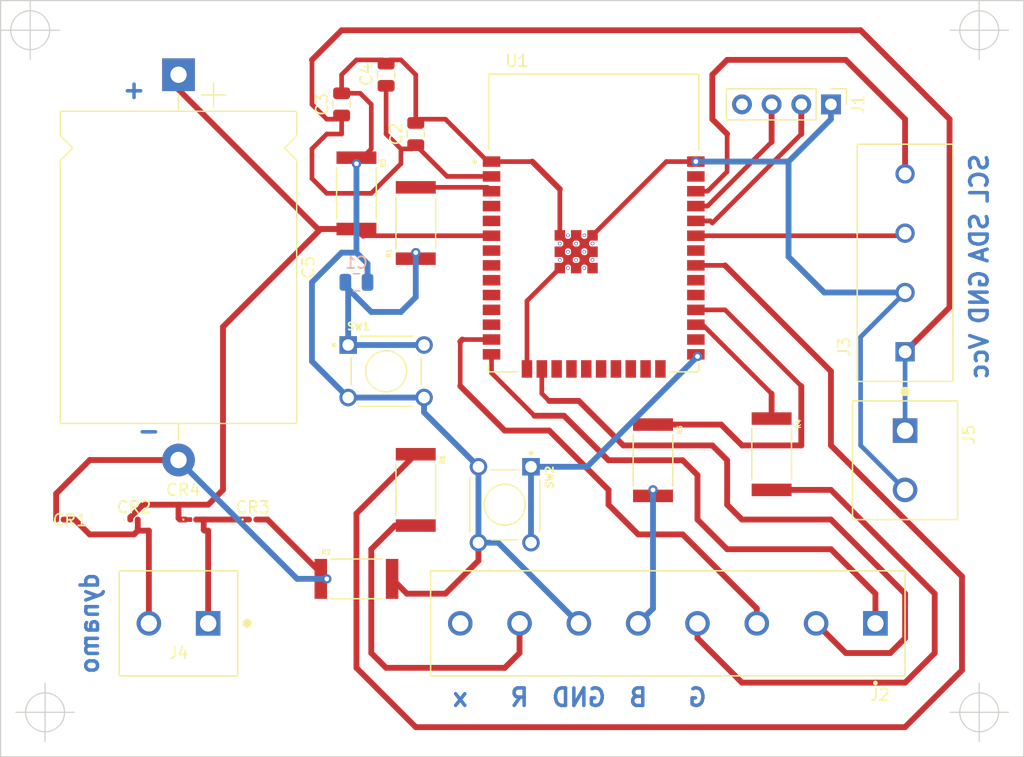
<source format=kicad_pcb>
(kicad_pcb (version 20211014) (generator pcbnew)
  (layers (0 "F.Cu" signal) (31 "B.Cu" signal) (34 "B.Paste" user) (35 "F.Paste" user) (36 "B.SilkS" user "B.Silkscreen") (37 "F.SilkS" user "F.Silkscreen") (38 "B.Mask" user) (39 "F.Mask" user) (44 "Edge.Cuts" user))
  (net 0 "")
  (net 1 "GND")
  (net 2 "Net-(C1-Pad2)")
  (net 3 "Net-(C2-Pad1)")
  (net 4 "Net-(C5-Pad1)")
  (net 5 "Net-(C5-Pad2)")
  (net 6 "Net-(CR1-Pad1)")
  (net 7 "Net-(CR3-Pad1)")
  (net 8 "Net-(J1-Pad2)")
  (net 9 "Net-(J1-Pad3)")
  (net 10 "+3V3")
  (net 11 "Net-(J2-Pad1)")
  (net 12 "Net-(J2-Pad2)")
  (net 13 "Net-(J2-Pad3)")
  (net 14 "Net-(J2-Pad4)")
  (net 15 "Net-(J2-Pad5)")
  (net 16 "Net-(J2-Pad7)")
  (net 18 "Net-(J3-Pad3)")
  (net 19 "Net-(J3-Pad4)")
  (net 20 "Net-(R1-Pad2)")
  (net 21 "Net-(R4-Pad1)")
  (net 22 "Net-(R5-Pad1)")
  (net 23 "Net-(R6-Pad1)")
  (net 24 "Net-(SW2-Pad1)")
  (footprint "Diode_SMD:D_0201_0603Metric" (layer "F.Cu") (at 127 68.58 180)
    (fp_text reference "CR1" (at -0.86 -0.05) (layer "F.SilkS"))
    (fp_text value "1N4148W-TP")
    (fp_circle (center -0.86 0) (end -0.81 0) (layer "F.SilkS") (width 0.1) (fill none))
    (pad "1" smd roundrect (at -0.32 0 180) (size 0.46 0.4) (layers "F.Cu" "F.Mask") (net 6 "Net-(CR1-Pad1)"))
    (pad "2" smd roundrect (at 0.32 0 180) (size 0.46 0.4) (layers "F.Cu" "F.Mask") (net 5 "Net-(C5-Pad2)"))
  )
  (footprint "282837-4:TE_282837-4" (layer "F.Cu") (at 199.39 54.2125 90)
    (fp_text reference "J3" (at 0.4057 -5.22403 90) (layer "F.SilkS") (effects (font (size 1.001732 1.001732))))
    (fp_text value "282837-4")
    (fp_line (start 17.78 4.1) (end -2.54 4.1) (layer "F.SilkS") (width 0.127))
    (fp_line (start -2.54 4.1) (end -2.54 -4.1) (layer "F.SilkS") (width 0.127))
    (fp_line (start 17.78 -4.1) (end 17.78 4.1) (layer "F.SilkS") (width 0.127))
    (fp_line (start -2.54 -4.1) (end 17.78 -4.1) (layer "F.SilkS") (width 0.127))
    (fp_circle (center -3.31 0) (end -3.16 0) (layer "F.SilkS") (width 0.3) (fill none))
    (pad "1" thru_hole rect locked (at 0 0 90) (size 1.65 1.65) (drill 1.1) (layers *.Cu *.Mask) (net 3 "Net-(C2-Pad1)"))
    (pad "2" thru_hole circle locked (at 5.08 0 90) (size 1.65 1.65) (drill 1.1) (layers *.Cu *.Mask) (net 1 "GND"))
    (pad "3" thru_hole circle locked (at 10.16 0 90) (size 1.65 1.65) (drill 1.1) (layers *.Cu *.Mask) (net 18 "Net-(J3-Pad3)"))
    (pad "4" thru_hole circle locked (at 15.24 0 90) (size 1.65 1.65) (drill 1.1) (layers *.Cu *.Mask) (net 19 "Net-(J3-Pad4)"))
  )
  (footprint "libraries:RESC6332X65N" (layer "F.Cu") (at 157.48 43.18 90)
    (fp_text reference "R1" (at -2.59 -2.3 90) (layer "F.SilkS") (effects (font (size 0.393701 0.393701))))
    (fp_text value "10k")
    (fp_line (start -2.2 -1.7) (end 2.2 -1.7) (layer "F.SilkS") (width 0.127))
    (fp_line (start -2.2 1.7) (end 2.2 1.7) (layer "F.SilkS") (width 0.127))
    (pad "1" smd rect locked (at -3.055 0 90) (size 1.07 3.42) (layers "F.Cu" "F.Paste" "F.Mask") (net 2 "Net-(C1-Pad2)"))
    (pad "2" smd rect locked (at 3.055 0 90) (size 1.07 3.42) (layers "F.Cu" "F.Paste" "F.Mask") (net 20 "Net-(R1-Pad2)"))
  )
  (footprint "libraries:RESC6332X65N" (layer "F.Cu") (at 157.48 66.04 -90)
    (fp_text reference "R6" (at -2.59 -2.3 90) (layer "F.SilkS") (effects (font (size 0.393701 0.393701))))
    (fp_text value "82")
    (fp_line (start -2.2 -1.7) (end 2.2 -1.7) (layer "F.SilkS") (width 0.127))
    (fp_line (start -2.2 1.7) (end 2.2 1.7) (layer "F.SilkS") (width 0.127))
    (pad "1" smd rect locked (at -3.055 0 270) (size 1.07 3.42) (layers "F.Cu" "F.Paste" "F.Mask") (net 23 "Net-(R6-Pad1)"))
    (pad "2" smd rect locked (at 3.055 0 270) (size 1.07 3.42) (layers "F.Cu" "F.Paste" "F.Mask") (net 16 "Net-(J2-Pad7)"))
  )
  (footprint "Capacitor_SMD:C_0805_2012Metric" (layer "F.Cu") (at 157.48 35.56 90)
    (fp_text reference "C2" (at 0 -1.68 90) (layer "F.SilkS"))
    (fp_text value "220u")
    (fp_line (start -0.261252 0.735) (end 0.261252 0.735) (layer "F.SilkS") (width 0.12))
    (fp_line (start -0.261252 -0.735) (end 0.261252 -0.735) (layer "F.SilkS") (width 0.12))
    (pad "1" smd roundrect (at -0.95 0 90) (size 1 1.45) (layers "F.Cu" "F.Paste" "F.Mask") (net 3 "Net-(C2-Pad1)"))
    (pad "2" smd roundrect (at 0.95 0 90) (size 1 1.45) (layers "F.Cu" "F.Paste" "F.Mask") (net 1 "GND"))
  )
  (footprint "Capacitor_THT:CP_Axial_L26.5mm_D20.0mm_P33.00mm_Horizontal" (layer "F.Cu") (at 137.16 30.48 -90)
    (fp_text reference "C5" (at 16.5 -11.12 90) (layer "F.SilkS"))
    (fp_text value "1000µ")
    (fp_line (start 5.23 -10.12) (end 6.28 -9.07) (layer "F.SilkS") (width 0.12))
    (fp_line (start 1.64 0) (end 3.13 0) (layer "F.SilkS") (width 0.12))
    (fp_line (start 1.73 -4.05) (end 1.73 -1.95) (layer "F.SilkS") (width 0.12))
    (fp_line (start 31.36 0) (end 29.87 0) (layer "F.SilkS") (width 0.12))
    (fp_line (start 0.68 -3) (end 2.78 -3) (layer "F.SilkS") (width 0.12))
    (fp_line (start 3.13 10.12) (end 5.23 10.12) (layer "F.SilkS") (width 0.12))
    (fp_line (start 29.87 -10.12) (end 29.87 10.12) (layer "F.SilkS") (width 0.12))
    (fp_line (start 3.13 -10.12) (end 5.23 -10.12) (layer "F.SilkS") (width 0.12))
    (fp_line (start 7.33 10.12) (end 29.87 10.12) (layer "F.SilkS") (width 0.12))
    (fp_line (start 7.33 -10.12) (end 29.87 -10.12) (layer "F.SilkS") (width 0.12))
    (fp_line (start 6.28 -9.07) (end 7.33 -10.12) (layer "F.SilkS") (width 0.12))
    (fp_line (start 3.13 -10.12) (end 3.13 10.12) (layer "F.SilkS") (width 0.12))
    (fp_line (start 6.28 9.07) (end 7.33 10.12) (layer "F.SilkS") (width 0.12))
    (fp_line (start 5.23 10.12) (end 6.28 9.07) (layer "F.SilkS") (width 0.12))
    (pad "1" thru_hole rect (at 0 0 270) (size 2.8 2.8) (drill 1.4) (layers *.Cu *.Mask) (net 4 "Net-(C5-Pad1)"))
    (pad "2" thru_hole oval (at 33 0 270) (size 2.8 2.8) (drill 1.4) (layers *.Cu *.Mask) (net 5 "Net-(C5-Pad2)"))
  )
  (footprint "libraries:TE_282841-2" (layer "F.Cu") (at 137.16 77.47 180)
    (fp_text reference "J4" (at 0 -2.54) (layer "F.SilkS") (effects (font (size 1.000984 1.000984))))
    (fp_text value "282841-2")
    (fp_line (start -5.08 -4.5) (end -5.08 4.5) (layer "F.SilkS") (width 0.127))
    (fp_line (start 5.08 -4.5) (end -5.08 -4.5) (layer "F.SilkS") (width 0.127))
    (fp_line (start 5.08 4.5) (end 5.08 -4.5) (layer "F.SilkS") (width 0.127))
    (fp_line (start -5.08 4.5) (end 5.08 4.5) (layer "F.SilkS") (width 0.127))
    (fp_circle (center -5.89 0) (end -5.69 0) (layer "F.SilkS") (width 0.4) (fill none))
    (pad "1" thru_hole rect locked (at -2.54 0 180) (size 2.1 2.1) (drill 1.4) (layers *.Cu *.Mask) (net 7 "Net-(CR3-Pad1)"))
    (pad "2" thru_hole circle locked (at 2.54 0 180) (size 2.1 2.1) (drill 1.4) (layers *.Cu *.Mask) (net 6 "Net-(CR1-Pad1)"))
  )
  (footprint "Diode_SMD:D_0201_0603Metric" (layer "F.Cu") (at 138.43 68.58)
    (fp_text reference "CR4" (at -0.86 -2.54) (layer "F.SilkS"))
    (fp_text value "1N4148W-TP")
    (fp_circle (center -0.86 0) (end -0.81 0) (layer "F.SilkS") (width 0.1) (fill none))
    (pad "1" smd roundrect (at -0.32 0) (size 0.46 0.4) (layers "F.Cu" "F.Mask") (net 4 "Net-(C5-Pad1)"))
    (pad "2" smd roundrect (at 0.32 0) (size 0.46 0.4) (layers "F.Cu" "F.Mask") (net 7 "Net-(CR3-Pad1)"))
  )
  (footprint "Capacitor_SMD:C_0805_2012Metric" (layer "F.Cu") (at 151.13 33.02 90)
    (fp_text reference "C3" (at 0 -1.68 90) (layer "F.SilkS"))
    (fp_text value "22u")
    (fp_line (start -0.261252 0.735) (end 0.261252 0.735) (layer "F.SilkS") (width 0.12))
    (fp_line (start -0.261252 -0.735) (end 0.261252 -0.735) (layer "F.SilkS") (width 0.12))
    (pad "1" smd roundrect (at -0.95 0 90) (size 1 1.45) (layers "F.Cu" "F.Paste" "F.Mask") (net 3 "Net-(C2-Pad1)"))
    (pad "2" smd roundrect (at 0.95 0 90) (size 1 1.45) (layers "F.Cu" "F.Paste" "F.Mask") (net 1 "GND"))
  )
  (footprint "Capacitor_SMD:C_0805_2012Metric" (layer "F.Cu") (at 154.94 30.48 90)
    (fp_text reference "C4" (at 0 -1.68 90) (layer "F.SilkS"))
    (fp_text value "0.1u")
    (fp_line (start -0.261252 -0.735) (end 0.261252 -0.735) (layer "F.SilkS") (width 0.12))
    (fp_line (start -0.261252 0.735) (end 0.261252 0.735) (layer "F.SilkS") (width 0.12))
    (pad "1" smd roundrect (at -0.95 0 90) (size 1 1.45) (layers "F.Cu" "F.Paste" "F.Mask") (net 3 "Net-(C2-Pad1)"))
    (pad "2" smd roundrect (at 0.95 0 90) (size 1 1.45) (layers "F.Cu" "F.Paste" "F.Mask") (net 1 "GND"))
  )
  (footprint "libraries:RESC6332X65N" (layer "F.Cu") (at 177.8 63.5 -90)
    (fp_text reference "R5" (at -2.59 -2.3 90) (layer "F.SilkS") (effects (font (size 0.393701 0.393701))))
    (fp_text value "82")
    (fp_line (start -2.2 -1.7) (end 2.2 -1.7) (layer "F.SilkS") (width 0.127))
    (fp_line (start -2.2 1.7) (end 2.2 1.7) (layer "F.SilkS") (width 0.127))
    (pad "1" smd rect locked (at -3.055 0 270) (size 1.07 3.42) (layers "F.Cu" "F.Paste" "F.Mask") (net 22 "Net-(R5-Pad1)"))
    (pad "2" smd rect locked (at 3.055 0 270) (size 1.07 3.42) (layers "F.Cu" "F.Paste" "F.Mask") (net 15 "Net-(J2-Pad5)"))
  )
  (footprint "libraries:RESC6332X65N" (layer "F.Cu") (at 152.4 40.64 -90)
    (fp_text reference "R3" (at -2.59 -2.3 90) (layer "F.SilkS") (effects (font (size 0.393701 0.393701))))
    (fp_text value "120")
    (fp_line (start -2.2 1.7) (end 2.2 1.7) (layer "F.SilkS") (width 0.127))
    (fp_line (start -2.2 -1.7) (end 2.2 -1.7) (layer "F.SilkS") (width 0.127))
    (pad "1" smd rect locked (at -3.055 0 270) (size 1.07 3.42) (layers "F.Cu" "F.Paste" "F.Mask") (net 1 "GND"))
    (pad "2" smd rect locked (at 3.055 0 270) (size 1.07 3.42) (layers "F.Cu" "F.Paste" "F.Mask") (net 4 "Net-(C5-Pad1)"))
  )
  (footprint "libraries:SW_1825910-6-4" (layer "F.Cu") (at 165.1 67.31 -90)
    (fp_text reference "SW2" (at -2.3627 -3.844398 90) (layer "F.SilkS") (effects (font (size 0.630643 0.630643))))
    (fp_text value "BOOT")
    (fp_line (start -2.995 -1.15) (end -2.995 1.15) (layer "F.SilkS") (width 0.127))
    (fp_line (start 3 -1.15) (end 3 1.15) (layer "F.SilkS") (width 0.127))
    (fp_line (start -2.2 -2.995) (end 2.3 -2.995) (layer "F.SilkS") (width 0.127))
    (fp_line (start 2.3 2.995) (end -2.3 2.995) (layer "F.SilkS") (width 0.127))
    (fp_circle (center -4.445 -2.25) (end -4.345 -2.25) (layer "F.SilkS") (width 0.2) (fill none))
    (fp_circle (center 0 0) (end 1.755 0) (layer "F.SilkS") (width 0.127) (fill none))
    (pad "1" thru_hole rect locked (at -3.25 -2.25 270) (size 1.498 1.498) (drill 0.99) (layers *.Cu *.Mask) (net 24 "Net-(SW2-Pad1)"))
    (pad "2" thru_hole circle locked (at 3.25 -2.25 270) (size 1.498 1.498) (drill 0.99) (layers *.Cu *.Mask) (net 24 "Net-(SW2-Pad1)"))
    (pad "3" thru_hole circle locked (at -3.25 2.25 270) (size 1.498 1.498) (drill 0.99) (layers *.Cu *.Mask) (net 1 "GND"))
    (pad "4" thru_hole circle locked (at 3.25 2.25 270) (size 1.498 1.498) (drill 0.99) (layers *.Cu *.Mask) (net 1 "GND"))
  )
  (footprint "Diode_SMD:D_0201_0603Metric" (layer "F.Cu") (at 143.51 68.58)
    (fp_text reference "CR3" (at 0 -1.05) (layer "F.SilkS"))
    (fp_text value "1N4148W-TP")
    (fp_circle (center -0.86 0) (end -0.81 0) (layer "F.SilkS") (width 0.1) (fill none))
    (pad "1" smd roundrect (at -0.32 0) (size 0.46 0.4) (layers "F.Cu" "F.Mask") (net 7 "Net-(CR3-Pad1)"))
    (pad "2" smd roundrect (at 0.32 0) (size 0.46 0.4) (layers "F.Cu" "F.Mask") (net 5 "Net-(C5-Pad2)"))
  )
  (footprint "libraries:XCVR_ESP32-WROOM-32E_(16MB)" (layer "F.Cu") (at 172.72 43.18)
    (fp_text reference "U1" (at -6.575 -13.885) (layer "F.SilkS"))
    (fp_text value "ESP32-WROOM-32E_(16MB)")
    (fp_line (start 6.55 12.75) (end 9 12.75) (layer "F.SilkS") (width 0.127))
    (fp_line (start -9 12.1) (end -9 12.75) (layer "F.SilkS") (width 0.127))
    (fp_line (start 9 12.75) (end 9 12.1) (layer "F.SilkS") (width 0.127))
    (fp_line (start -9 -12.75) (end 9 -12.75) (layer "F.SilkS") (width 0.127))
    (fp_line (start -9 -6.25) (end -9 -12.75) (layer "F.SilkS") (width 0.127))
    (fp_line (start -9 12.75) (end -6.55 12.75) (layer "F.SilkS") (width 0.127))
    (fp_line (start 9 -12.75) (end 9 -6.25) (layer "F.SilkS") (width 0.127))
    (fp_circle (center -10.2 -5.26) (end -10.1 -5.26) (layer "F.SilkS") (width 0.2) (fill none))
    (pad "1" smd rect locked (at -8.75 -5.26) (size 1.5 0.9) (layers "F.Cu" "F.Paste" "F.Mask") (net 1 "GND"))
    (pad "2" smd rect locked (at -8.75 -3.99) (size 1.5 0.9) (layers "F.Cu" "F.Paste" "F.Mask") (net 3 "Net-(C2-Pad1)"))
    (pad "3" smd rect locked (at -8.75 -2.72) (size 1.5 0.9) (layers "F.Cu" "F.Paste" "F.Mask") (net 20 "Net-(R1-Pad2)"))
    (pad "4" smd rect locked (at -8.75 -1.45) (size 1.5 0.9) (layers "F.Cu" "F.Paste" "F.Mask"))
    (pad "5" smd rect locked (at -8.75 -0.18) (size 1.5 0.9) (layers "F.Cu" "F.Paste" "F.Mask"))
    (pad "6" smd rect locked (at -8.75 1.09) (size 1.5 0.9) (layers "F.Cu" "F.Paste" "F.Mask") (net 4 "Net-(C5-Pad1)"))
    (pad "7" smd rect locked (at -8.75 2.36) (size 1.5 0.9) (layers "F.Cu" "F.Paste" "F.Mask"))
    (pad "8" smd rect locked (at -8.75 3.63) (size 1.5 0.9) (layers "F.Cu" "F.Paste" "F.Mask"))
    (pad "9" smd rect locked (at -8.75 4.9) (size 1.5 0.9) (layers "F.Cu" "F.Paste" "F.Mask"))
    (pad "10" smd rect locked (at -8.75 6.17) (size 1.5 0.9) (layers "F.Cu" "F.Paste" "F.Mask"))
    (pad "11" smd rect locked (at -8.75 7.44) (size 1.5 0.9) (layers "F.Cu" "F.Paste" "F.Mask"))
    (pad "12" smd rect locked (at -8.75 8.71) (size 1.5 0.9) (layers "F.Cu" "F.Paste" "F.Mask"))
    (pad "13" smd rect locked (at -8.75 9.98) (size 1.5 0.9) (layers "F.Cu" "F.Paste" "F.Mask") (net 13 "Net-(J2-Pad3)"))
    (pad "14" smd rect locked (at -8.75 11.25) (size 1.5 0.9) (layers "F.Cu" "F.Paste" "F.Mask") (net 11 "Net-(J2-Pad1)"))
    (pad "15" smd rect locked (at -5.715 12.5) (size 0.9 1.5) (layers "F.Cu" "F.Paste" "F.Mask") (net 1 "GND"))
    (pad "16" smd rect locked (at -4.445 12.5) (size 0.9 1.5) (layers "F.Cu" "F.Paste" "F.Mask") (net 12 "Net-(J2-Pad2)"))
    (pad "17" smd rect locked (at -3.175 12.5) (size 0.9 1.5) (layers "F.Cu" "F.Paste" "F.Mask"))
    (pad "18" smd rect locked (at -1.905 12.5) (size 0.9 1.5) (layers "F.Cu" "F.Paste" "F.Mask"))
    (pad "19" smd rect locked (at -0.635 12.5) (size 0.9 1.5) (layers "F.Cu" "F.Paste" "F.Mask"))
    (pad "20" smd rect locked (at 0.635 12.5) (size 0.9 1.5) (layers "F.Cu" "F.Paste" "F.Mask"))
    (pad "21" smd rect locked (at 1.905 12.5) (size 0.9 1.5) (layers "F.Cu" "F.Paste" "F.Mask"))
    (pad "22" smd rect locked (at 3.175 12.5) (size 0.9 1.5) (layers "F.Cu" "F.Paste" "F.Mask"))
    (pad "23" smd rect locked (at 4.445 12.5) (size 0.9 1.5) (layers "F.Cu" "F.Paste" "F.Mask"))
    (pad "24" smd rect locked (at 5.715 12.5) (size 0.9 1.5) (layers "F.Cu" "F.Paste" "F.Mask"))
    (pad "25" smd rect locked (at 8.75 11.25) (size 1.5 0.9) (layers "F.Cu" "F.Paste" "F.Mask") (net 24 "Net-(SW2-Pad1)"))
    (pad "26" smd rect locked (at 8.75 9.98) (size 1.5 0.9) (layers "F.Cu" "F.Paste" "F.Mask"))
    (pad "27" smd rect locked (at 8.75 8.71) (size 1.5 0.9) (layers "F.Cu" "F.Paste" "F.Mask") (net 21 "Net-(R4-Pad1)"))
    (pad "28" smd rect locked (at 8.75 7.44) (size 1.5 0.9) (layers "F.Cu" "F.Paste" "F.Mask") (net 22 "Net-(R5-Pad1)"))
    (pad "29" smd rect locked (at 8.75 6.17) (size 1.5 0.9) (layers "F.Cu" "F.Paste" "F.Mask"))
    (pad "30" smd rect locked (at 8.75 4.9) (size 1.5 0.9) (layers "F.Cu" "F.Paste" "F.Mask"))
    (pad "31" smd rect locked (at 8.75 3.63) (size 1.5 0.9) (layers "F.Cu" "F.Paste" "F.Mask") (net 23 "Net-(R6-Pad1)"))
    (pad "32" smd rect locked (at 8.75 2.36) (size 1.5 0.9) (layers "F.Cu" "F.Paste" "F.Mask"))
    (pad "33" smd rect locked (at 8.75 1.09) (size 1.5 0.9) (layers "F.Cu" "F.Paste" "F.Mask") (net 18 "Net-(J3-Pad3)"))
    (pad "34" smd rect locked (at 8.75 -0.18) (size 1.5 0.9) (layers "F.Cu" "F.Paste" "F.Mask") (net 8 "Net-(J1-Pad2)"))
    (pad "35" smd rect locked (at 8.75 -1.45) (size 1.5 0.9) (layers "F.Cu" "F.Paste" "F.Mask") (net 9 "Net-(J1-Pad3)"))
    (pad "36" smd rect locked (at 8.75 -2.72) (size 1.5 0.9) (layers "F.Cu" "F.Paste" "F.Mask") (net 19 "Net-(J3-Pad4)"))
    (pad "37" smd rect locked (at 8.75 -3.99) (size 1.5 0.9) (layers "F.Cu" "F.Paste" "F.Mask"))
    (pad "38" smd rect locked (at 8.75 -5.26) (size 1.5 0.9) (layers "F.Cu" "F.Paste" "F.Mask") (net 1 "GND"))
    (pad "39_1" smd rect locked (at -2.9 1.06) (size 0.9 0.9) (layers "F.Cu" "F.Paste" "F.Mask") (net 1 "GND"))
    (pad "39_2" smd rect locked (at -1.5 1.06) (size 0.9 0.9) (layers "F.Cu" "F.Paste" "F.Mask") (net 1 "GND"))
    (pad "39_3" smd rect locked (at -0.1 1.06) (size 0.9 0.9) (layers "F.Cu" "F.Paste" "F.Mask") (net 1 "GND"))
    (pad "39_4" smd rect locked (at -2.9 2.46) (size 0.9 0.9) (layers "F.Cu" "F.Paste" "F.Mask") (net 1 "GND"))
    (pad "39_5" smd rect locked (at -1.5 2.46) (size 0.9 0.9) (layers "F.Cu" "F.Paste" "F.Mask") (net 1 "GND"))
    (pad "39_6" smd rect locked (at -0.1 2.46) (size 0.9 0.9) (layers "F.Cu" "F.Paste" "F.Mask") (net 1 "GND"))
    (pad "39_7" smd rect locked (at -2.9 3.86) (size 0.9 0.9) (layers "F.Cu" "F.Paste" "F.Mask") (net 1 "GND"))
    (pad "39_8" smd rect locked (at -1.5 3.86) (size 0.9 0.9) (layers "F.Cu" "F.Paste" "F.Mask") (net 1 "GND"))
    (pad "39_9" smd rect locked (at -0.1 3.86) (size 0.9 0.9) (layers "F.Cu" "F.Paste" "F.Mask") (net 1 "GND"))
    (pad "39_10" thru_hole circle locked (at -2.2 1.06) (size 0.3 0.3) (drill 0.2) (layers *.Cu))
    (pad "39_11" thru_hole circle locked (at -0.8 1.06) (size 0.3 0.3) (drill 0.2) (layers *.Cu))
    (pad "39_12" thru_hole circle locked (at -2.9 1.76) (size 0.3 0.3) (drill 0.2) (layers *.Cu))
    (pad "39_13" thru_hole circle locked (at -1.5 1.76) (size 0.3 0.3) (drill 0.2) (layers *.Cu))
    (pad "39_14" thru_hole circle locked (at -0.1 1.76) (size 0.3 0.3) (drill 0.2) (layers *.Cu))
    (pad "39_15" thru_hole circle locked (at -2.2 2.46) (size 0.3 0.3) (drill 0.2) (layers *.Cu))
    (pad "39_16" thru_hole circle locked (at -0.8 2.46) (size 0.3 0.3) (drill 0.2) (layers *.Cu))
    (pad "39_17" thru_hole circle locked (at -2.9 3.16) (size 0.3 0.3) (drill 0.2) (layers *.Cu))
    (pad "39_18" thru_hole circle locked (at -1.5 3.16) (size 0.3 0.3) (drill 0.2) (layers *.Cu))
    (pad "39_19" thru_hole circle locked (at -0.1 3.16) (size 0.3 0.3) (drill 0.2) (layers *.Cu))
    (pad "39_20" thru_hole circle locked (at -2.2 3.86) (size 0.3 0.3) (drill 0.2) (layers *.Cu))
    (pad "39_21" thru_hole circle locked (at -0.8 3.86) (size 0.3 0.3) (drill 0.2) (layers *.Cu))
  )
  (footprint "libraries:RESC6332X65N" (layer "F.Cu") (at 187.96 62.985 -90)
    (fp_text reference "R4" (at -2.59 -2.3 90) (layer "F.SilkS") (effects (font (size 0.393701 0.393701))))
    (fp_text value "82")
    (fp_line (start -2.2 1.7) (end 2.2 1.7) (layer "F.SilkS") (width 0.127))
    (fp_line (start -2.2 -1.7) (end 2.2 -1.7) (layer "F.SilkS") (width 0.127))
    (pad "1" smd rect locked (at -3.055 0 270) (size 1.07 3.42) (layers "F.Cu" "F.Paste" "F.Mask") (net 21 "Net-(R4-Pad1)"))
    (pad "2" smd rect locked (at 3.055 0 270) (size 1.07 3.42) (layers "F.Cu" "F.Paste" "F.Mask") (net 14 "Net-(J2-Pad4)"))
  )
  (footprint "libraries:RESC6332X65N" (layer "F.Cu") (at 152.4 73.66)
    (fp_text reference "R2" (at -2.59 -2.3) (layer "F.SilkS") (effects (font (size 0.393701 0.393701))))
    (fp_text value "560")
    (fp_line (start -2.2 -1.7) (end 2.2 -1.7) (layer "F.SilkS") (width 0.127))
    (fp_line (start -2.2 1.7) (end 2.2 1.7) (layer "F.SilkS") (width 0.127))
    (pad "1" smd rect locked (at -3.055 0) (size 1.07 3.42) (layers "F.Cu" "F.Paste" "F.Mask") (net 5 "Net-(C5-Pad2)"))
    (pad "2" smd rect locked (at 3.055 0) (size 1.07 3.42) (layers "F.Cu" "F.Paste" "F.Mask") (net 1 "GND"))
  )
  (footprint "Diode_SMD:D_0201_0603Metric" (layer "F.Cu") (at 133.35 68.58)
    (fp_text reference "CR2" (at 0 -1.05) (layer "F.SilkS"))
    (fp_text value "1N4148W-TP")
    (fp_circle (center -0.86 0) (end -0.81 0) (layer "F.SilkS") (width 0.1) (fill none))
    (pad "1" smd roundrect locked (at -0.32 0) (size 0.46 0.4) (layers "F.Cu" "F.Mask") (net 4 "Net-(C5-Pad1)"))
    (pad "2" smd roundrect locked (at 0.32 0) (size 0.46 0.4) (layers "F.Cu" "F.Mask") (net 6 "Net-(CR1-Pad1)"))
  )
  (footprint "libraries:TE_282841-2" (layer "F.Cu") (at 199.39 63.5 -90)
    (fp_text reference "J5" (at -2.197155 -5.470375 90) (layer "F.SilkS") (effects (font (size 1.000984 1.000984))))
    (fp_text value "282841-2")
    (fp_line (start -5.08 -4.5) (end -5.08 4.5) (layer "F.SilkS") (width 0.127))
    (fp_line (start 5.08 -4.5) (end -5.08 -4.5) (layer "F.SilkS") (width 0.127))
    (fp_line (start -5.08 4.5) (end 5.08 4.5) (layer "F.SilkS") (width 0.127))
    (fp_line (start 5.08 4.5) (end 5.08 -4.5) (layer "F.SilkS") (width 0.127))
    (fp_circle (center -5.89 0) (end -5.69 0) (layer "F.SilkS") (width 0.4) (fill none))
    (pad "1" thru_hole rect locked (at -2.54 0 270) (size 2.1 2.1) (drill 1.4) (layers *.Cu *.Mask) (net 3 "Net-(C2-Pad1)"))
    (pad "2" thru_hole circle locked (at 2.54 0 270) (size 2.1 2.1) (drill 1.4) (layers *.Cu *.Mask) (net 1 "GND"))
  )
  (footprint "libraries:TE_282841-8" (layer "F.Cu") (at 179.07 77.47 180)
    (fp_text reference "J2" (at -18.145 -6.135) (layer "F.SilkS"))
    (fp_text value "R pinnen RGB strips")
    (fp_line (start 20.32 4.5) (end -20.32 4.5) (layer "F.SilkS") (width 0.127))
    (fp_line (start -20.32 4.5) (end -20.32 -4.5) (layer "F.SilkS") (width 0.127))
    (fp_line (start -20.32 -4.5) (end 20.32 -4.5) (layer "F.SilkS") (width 0.127))
    (fp_line (start 20.32 -4.5) (end 20.32 4.5) (layer "F.SilkS") (width 0.127))
    (fp_circle (center -17.78 -5.1) (end -17.68 -5.1) (layer "F.SilkS") (width 0.2) (fill none))
    (pad "1" thru_hole rect locked (at -17.78 0 180) (size 2.1 2.1) (drill 1.4) (layers *.Cu *.Mask) (net 11 "Net-(J2-Pad1)"))
    (pad "2" thru_hole circle locked (at -12.7 0 180) (size 2.1 2.1) (drill 1.4) (layers *.Cu *.Mask) (net 12 "Net-(J2-Pad2)"))
    (pad "3" thru_hole circle locked (at -7.62 0 180) (size 2.1 2.1) (drill 1.4) (layers *.Cu *.Mask) (net 13 "Net-(J2-Pad3)"))
    (pad "4" thru_hole circle locked (at -2.54 0 180) (size 2.1 2.1) (drill 1.4) (layers *.Cu *.Mask) (net 14 "Net-(J2-Pad4)"))
    (pad "5" thru_hole circle locked (at 2.54 0 180) (size 2.1 2.1) (drill 1.4) (layers *.Cu *.Mask) (net 15 "Net-(J2-Pad5)"))
    (pad "6" thru_hole circle locked (at 7.62 0 180) (size 2.1 2.1) (drill 1.4) (layers *.Cu *.Mask) (net 1 "GND"))
    (pad "7" thru_hole circle locked (at 12.7 0 180) (size 2.1 2.1) (drill 1.4) (layers *.Cu *.Mask) (net 16 "Net-(J2-Pad7)"))
    (pad "8" thru_hole circle locked (at 17.78 0 180) (size 2.1 2.1) (drill 1.4) (layers *.Cu *.Mask))
  )
  (footprint "Connector_PinHeader_2.54mm:PinHeader_1x04_P2.54mm_Vertical" (layer "F.Cu") (at 193.04 33.02 -90)
    (fp_text reference "J1" (at 0 -2.33 90) (layer "F.SilkS"))
    (fp_text value "Conn_01x04_Female")
    (fp_line (start -1.33 1.27) (end 1.33 1.27) (layer "F.SilkS") (width 0.12))
    (fp_line (start -1.33 0) (end -1.33 -1.33) (layer "F.SilkS") (width 0.12))
    (fp_line (start 1.33 1.27) (end 1.33 8.95) (layer "F.SilkS") (width 0.12))
    (fp_line (start -1.33 1.27) (end -1.33 8.95) (layer "F.SilkS") (width 0.12))
    (fp_line (start -1.33 -1.33) (end 0 -1.33) (layer "F.SilkS") (width 0.12))
    (fp_line (start -1.33 8.95) (end 1.33 8.95) (layer "F.SilkS") (width 0.12))
    (pad "1" thru_hole rect (at 0 0 270) (size 1.7 1.7) (drill 1) (layers *.Cu *.Mask) (net 1 "GND"))
    (pad "2" thru_hole oval (at 0 2.54 270) (size 1.7 1.7) (drill 1) (layers *.Cu *.Mask) (net 8 "Net-(J1-Pad2)"))
    (pad "3" thru_hole oval (at 0 5.08 270) (size 1.7 1.7) (drill 1) (layers *.Cu *.Mask) (net 9 "Net-(J1-Pad3)"))
    (pad "4" thru_hole oval (at 0 7.62 270) (size 1.7 1.7) (drill 1) (layers *.Cu *.Mask) (net 10 "+3V3"))
  )
  (footprint "libraries:SW_1825910-6-4" (layer "F.Cu") (at 154.94 55.88)
    (fp_text reference "SW1" (at -2.3627 -3.844398) (layer "F.SilkS") (effects (font (size 0.630643 0.630643))))
    (fp_text value "ENABLE")
    (fp_line (start 2.3 2.995) (end -2.3 2.995) (layer "F.SilkS") (width 0.127))
    (fp_line (start 3 -1.15) (end 3 1.15) (layer "F.SilkS") (width 0.127))
    (fp_line (start -2.2 -2.995) (end 2.3 -2.995) (layer "F.SilkS") (width 0.127))
    (fp_line (start -2.995 -1.15) (end -2.995 1.15) (layer "F.SilkS") (width 0.127))
    (fp_circle (center -4.445 -2.25) (end -4.345 -2.25) (layer "F.SilkS") (width 0.2) (fill none))
    (fp_circle (center 0 0) (end 1.755 0) (layer "F.SilkS") (width 0.127) (fill none))
    (pad "1" thru_hole rect locked (at -3.25 -2.25) (size 1.498 1.498) (drill 0.99) (layers *.Cu *.Mask) (net 2 "Net-(C1-Pad2)"))
    (pad "2" thru_hole circle locked (at 3.25 -2.25) (size 1.498 1.498) (drill 0.99) (layers *.Cu *.Mask) (net 2 "Net-(C1-Pad2)"))
    (pad "3" thru_hole circle locked (at -3.25 2.25) (size 1.498 1.498) (drill 0.99) (layers *.Cu *.Mask) (net 1 "GND"))
    (pad "4" thru_hole circle locked (at 3.25 2.25) (size 1.498 1.498) (drill 0.99) (layers *.Cu *.Mask) (net 1 "GND"))
  )
  (footprint "Capacitor_SMD:C_0805_2012Metric" (layer "B.Cu") (at 152.4 48.26 180)
    (fp_text reference "C1" (at 0 1.68) (layer "B.SilkS") (effects (justify mirror)))
    (fp_text value "1u")
    (fp_line (start -0.261252 -0.735) (end 0.261252 -0.735) (layer "B.SilkS") (width 0.12))
    (fp_line (start -0.261252 0.735) (end 0.261252 0.735) (layer "B.SilkS") (width 0.12))
    (pad "1" smd roundrect locked (at -0.95 0 180) (size 1 1.45) (layers "B.Cu" "B.Paste" "B.Mask") (net 1 "GND"))
    (pad "2" smd roundrect locked (at 0.95 0 180) (size 1 1.45) (layers "B.Cu" "B.Paste" "B.Mask") (net 2 "Net-(C1-Pad2)"))
  )
  (gr_rect (start 121.92 24.13) (end 209.55 88.9) (layer "Edge.Cuts") (width 0.1) (fill none))
  (gr_text "dynamo" (at 129.54 77.47 90) (layer "B.Cu") (effects (font (size 1.5 1.5) (thickness 0.3)) (justify mirror)))
  (gr_text "Vcc" (at 205.74 54.61 90) (layer "B.Cu") (effects (font (size 1.5 1.5) (thickness 0.3)) (justify mirror)))
  (gr_text "GND" (at 171.45 83.82) (layer "B.Cu") (effects (font (size 1.5 1.5) (thickness 0.3)) (justify mirror)))
  (gr_text "B" (at 176.53 83.82) (layer "B.Cu") (effects (font (size 1.5 1.5) (thickness 0.3)) (justify mirror)))
  (gr_text "-\n" (at 134.62 60.96) (layer "B.Cu") (effects (font (size 1.5 1.5) (thickness 0.3)) (justify mirror)))
  (gr_text "GND" (at 205.74 49.53 90) (layer "B.Cu") (effects (font (size 1.5 1.5) (thickness 0.3)) (justify mirror)))
  (gr_text "R" (at 166.37 83.82) (layer "B.Cu") (effects (font (size 1.5 1.5) (thickness 0.3)) (justify mirror)))
  (gr_text "SCL" (at 205.74 39.37 90) (layer "B.Cu") (effects (font (size 1.5 1.5) (thickness 0.3)) (justify mirror)))
  (gr_text "+" (at 133.35 31.75) (layer "B.Cu") (effects (font (size 1.5 1.5) (thickness 0.3)) (justify mirror)))
  (gr_text "G" (at 181.61 83.82) (layer "B.Cu") (effects (font (size 1.5 1.5) (thickness 0.3)) (justify mirror)))
  (gr_text "SDA" (at 205.74 44.45 90) (layer "B.Cu") (effects (font (size 1.5 1.5) (thickness 0.3)) (justify mirror)))
  (gr_text "x" (at 161.29 83.82) (layer "B.Cu") (effects (font (size 1.5 1.5) (thickness 0.3)) (justify mirror)))
  (target plus (at 205.74 85.09) (size 5) (width 0.1) (layer "Edge.Cuts"))
  (target plus (at 125.73 85.09) (size 5) (width 0.1) (layer "Edge.Cuts"))
  (target plus (at 124.46 26.67) (size 5) (width 0.1) (layer "Edge.Cuts"))
  (target plus (at 205.74 26.67) (size 5) (width 0.1) (layer "Edge.Cuts"))
  (segment (start 172.125479 46.545479) (end 172.125479 46.134521) (width 0.4) (layer "F.Cu") (net 1))
  (segment (start 160.02 34.29) (end 157.8 34.29) (width 0.4) (layer "F.Cu") (net 1))
  (segment (start 169.82 40.28) (end 167.46 37.92) (width 0.5) (layer "F.Cu") (net 1))
  (segment (start 169.82 47.04) (end 167.005 49.855) (width 0.4) (layer "F.Cu") (net 1))
  (segment (start 156.21 29.21) (end 155.26 29.21) (width 0.4) (layer "F.Cu") (net 1))
  (segment (start 170.725479 44.734521) (end 171.22 44.24) (width 0.4) (layer "F.Cu") (net 1))
  (segment (start 170.314521 46.134521) (end 170.314521 46.54612) (width 0.4) (layer "F.Cu") (net 1))
  (segment (start 171.22 47.04) (end 171.714521 46.545479) (width 0.4) (layer "F.Cu") (net 1))
  (segment (start 170.725479 45.145479) (end 170.314521 45.145479) (width 0.4) (layer "F.Cu") (net 1))
  (segment (start 169.82 44.24) (end 169.820641 44.24) (width 0.4) (layer "F.Cu") (net 1))
  (segment (start 170.725479 46.545479) (end 171.22 47.04) (width 0.4) (layer "F.Cu") (net 1))
  (segment (start 171.715162 46.134521) (end 172.125479 46.134521) (width 0.4) (layer "F.Cu") (net 1))
  (segment (start 172.125479 45.145479) (end 172.125479 44.734521) (width 0.4) (layer "F.Cu") (net 1))
  (segment (start 172.125479 44.734521) (end 172.62 44.24) (width 0.4) (layer "F.Cu") (net 1))
  (segment (start 171.714521 45.145479) (end 172.125479 45.145479) (width 0.4) (layer "F.Cu") (net 1))
  (segment (start 171.22 44.24) (end 171.714521 44.734521) (width 0.4) (layer "F.Cu") (net 1))
  (segment (start 167.46 37.92) (end 163.97 37.92) (width 0.4) (layer "F.Cu") (net 1))
  (segment (start 152.4 38.1) (end 153.67 36.83) (width 0.4) (layer "F.Cu") (net 1))
  (segment (start 170.314521 46.54612) (end 170.025479 46.835162) (width 0.4) (layer "F.Cu") (net 1))
  (segment (start 172.62 45.64) (end 172.125479 45.145479) (width 0.4) (layer "F.Cu") (net 1))
  (segment (start 171.22 45.64) (end 170.725479 45.145479) (width 0.4) (layer "F.Cu") (net 1))
  (segment (start 170.314521 45.145479) (end 169.82 45.64) (width 0.4) (layer "F.Cu") (net 1))
  (segment (start 169.82 44.24) (end 169.82 40.28) (width 0.4) (layer "F.Cu") (net 1))
  (segment (start 170.314521 45.145479) (end 170.314521 44.734521) (width 0.4) (layer "F.Cu") (net 1))
  (segment (start 170.314521 46.134521) (end 170.725479 46.134521) (width 0.4) (layer "F.Cu") (net 1))
  (segment (start 163.97 37.92) (end 163.65 37.92) (width 0.5) (layer "F.Cu") (net 1))
  (segment (start 178.94 37.92) (end 181.47 37.92) (width 0.4) (layer "F.Cu") (net 1))
  (segment (start 171.219359 45.64) (end 170.724838 45.145479) (width 0.4) (layer "F.Cu") (net 1))
  (segment (start 170.724838 45.145479) (end 170.724838 44.735162) (width 0.4) (layer "F.Cu") (net 1))
  (segment (start 152.72 32.07) (end 151.13 32.07) (width 0.4) (layer "F.Cu") (net 1))
  (segment (start 171.714521 46.134521) (end 171.22 45.64) (width 0.4) (layer "F.Cu") (net 1))
  (segment (start 171.22 45.64) (end 171.714521 45.145479) (width 0.4) (layer "F.Cu") (net 1))
  (segment (start 170.725479 46.134521) (end 171.22 45.64) (width 0.4) (layer "F.Cu") (net 1))
  (segment (start 170.314521 44.734521) (end 170.725479 44.734521) (width 0.4) (layer "F.Cu") (net 1))
  (segment (start 153.67 33.02) (end 152.72 32.07) (width 0.4) (layer "F.Cu") (net 1))
  (segment (start 172.62 47.04) (end 172.125479 46.545479) (width 0.4) (layer "F.Cu") (net 1))
  (segment (start 169.82 44.24) (end 170.314521 44.734521) (width 0.4) (layer "F.Cu") (net 1))
  (segment (start 172.125479 46.545479) (end 171.714521 46.545479) (width 0.4) (layer "F.Cu") (net 1))
  (segment (start 162.85 72.1) (end 162.85 70.56) (width 0.5) (layer "F.Cu") (net 1))
  (segment (start 171.22 45.64) (end 171.219359 45.64) (width 0.4) (layer "F.Cu") (net 1))
  (segment (start 171.714521 44.734521) (end 172.125479 44.734521) (width 0.4) (layer "F.Cu") (net 1))
  (segment (start 172.83 44.45) (end 172.72 44.45) (width 0.4) (layer "F.Cu") (net 1))
  (segment (start 163.65 37.92) (end 160.02 34.29) (width 0.4) (layer "F.Cu") (net 1))
  (segment (start 167.005 49.855) (end 167.005 55.68) (width 0.4) (layer "F.Cu") (net 1))
  (segment (start 169.975479 47.04) (end 169.82 47.04) (width 0.4) (layer "F.Cu") (net 1))
  (segment (start 151.13 30.48) (end 152.4 29.21) (width 0.4) (layer "F.Cu") (net 1))
  (segment (start 152.4 29.21) (end 154.62 29.21) (width 0.4) (layer "F.Cu") (net 1))
  (segment (start 157.48 34.61) (end 157.48 30.48) (width 0.4) (layer "F.Cu") (net 1))
  (segment (start 170.314521 46.545479) (end 170.725479 46.545479) (width 0.4) (layer "F.Cu") (net 1))
  (segment (start 172.125479 46.134521) (end 172.62 45.64) (width 0.4) (layer "F.Cu") (net 1))
  (segment (start 155.455 73.66) (end 156.725 74.93) (width 0.5) (layer "F.Cu") (net 1))
  (segment (start 170.724838 44.735162) (end 171.22 44.24) (width 0.4) (layer "F.Cu") (net 1))
  (segment (start 169.820641 44.24) (end 170.105321 44.52468) (width 0.4) (layer "F.Cu") (net 1))
  (segment (start 171.220641 45.64) (end 171.715162 46.134521) (width 0.4) (layer "F.Cu") (net 1))
  (segment (start 170.725479 46.135162) (end 170.725479 46.545479) (width 0.4) (layer "F.Cu") (net 1))
  (segment (start 172.62 44.24) (end 178.94 37.92) (width 0.4) (layer "F.Cu") (net 1))
  (segment (start 157.48 30.48) (end 156.21 29.21) (width 0.4) (layer "F.Cu") (net 1))
  (segment (start 171.220641 45.64) (end 170.725479 46.135162) (width 0.4) (layer "F.Cu") (net 1))
  (segment (start 170.724838 45.145479) (end 170.314521 45.145479) (width 0.4) (layer "F.Cu") (net 1))
  (segment (start 153.67 36.83) (end 153.67 33.02) (width 0.4) (layer "F.Cu") (net 1))
  (segment (start 160.02 74.93) (end 162.85 72.1) (width 0.5) (layer "F.Cu") (net 1))
  (segment (start 151.13 32.07) (end 151.13 30.48) (width 0.4) (layer "F.Cu") (net 1))
  (segment (start 156.725 74.93) (end 160.02 74.93) (width 0.5) (layer "F.Cu") (net 1))
  (segment (start 170.025479 46.835162) (end 170.025479 46.99) (width 0.4) (layer "F.Cu") (net 1))
  (segment (start 171.714521 46.545479) (end 171.714521 46.134521) (width 0.4) (layer "F.Cu") (net 1))
  (segment (start 171.714521 45.145479) (end 171.714521 44.734521) (width 0.4) (layer "F.Cu") (net 1))
  (segment (start 171.22 45.64) (end 171.220641 45.64) (width 0.4) (layer "F.Cu") (net 1))
  (segment (start 169.82 47.04) (end 170.314521 46.545479) (width 0.4) (layer "F.Cu") (net 1))
  (segment (start 155.26 29.21) (end 154.94 29.53) (width 0.4) (layer "F.Cu") (net 1))
  (segment (start 170.025479 46.99) (end 169.975479 47.04) (width 0.4) (layer "F.Cu") (net 1))
  (segment (start 169.82 45.64) (end 170.314521 46.134521) (width 0.4) (layer "F.Cu") (net 1))
  (via (at 152.4 38.1) (size 0.8) (drill 0.4) (layers "F.Cu" "B.Cu") (net 1))
  (via (at 181.47 37.92) (size 0.8) (drill 0.4) (layers "F.Cu" "B.Cu") (net 1))
  (segment (start 195.58 52.9425) (end 199.39 49.1325) (width 0.4) (layer "B.Cu") (net 1))
  (segment (start 151.69 58.13) (end 158.19 58.13) (width 0.5) (layer "B.Cu") (net 1))
  (segment (start 152.4 45.72) (end 152.4 38.1) (width 0.5) (layer "B.Cu") (net 1))
  (segment (start 158.19 58.13) (end 158.19 59.4) (width 0.5) (layer "B.Cu") (net 1))
  (segment (start 151.13 45.72) (end 148.59 48.26) (width 0.5) (layer "B.Cu") (net 1))
  (segment (start 158.19 59.4) (end 162.85 64.06) (width 0.5) (layer "B.Cu") (net 1))
  (segment (start 189.41 37.92) (end 193.04 34.29) (width 0.5) (layer "B.Cu") (net 1))
  (segment (start 189.41 46.073998) (end 192.468502 49.1325) (width 0.5) (layer "B.Cu") (net 1))
  (segment (start 181.47 37.92) (end 189.41 37.92) (width 0.5) (layer "B.Cu") (net 1))
  (segment (start 164.54 70.56) (end 171.45 77.47) (width 0.5) (layer "B.Cu") (net 1))
  (segment (start 152.4 45.72) (end 151.13 45.72) (width 0.5) (layer "B.Cu") (net 1))
  (segment (start 162.85 70.56) (end 164.54 70.56) (width 0.5) (layer "B.Cu") (net 1))
  (segment (start 189.41 37.92) (end 189.41 46.073998) (width 0.5) (layer "B.Cu") (net 1))
  (segment (start 192.468502 49.1325) (end 199.39 49.1325) (width 0.5) (layer "B.Cu") (net 1))
  (segment (start 195.58 62.23) (end 195.58 52.9425) (width 0.4) (layer "B.Cu") (net 1))
  (segment (start 153.35 48.26) (end 153.35 46.67) (width 0.5) (layer "B.Cu") (net 1))
  (segment (start 148.59 55.03) (end 151.69 58.13) (width 0.5) (layer "B.Cu") (net 1))
  (segment (start 193.04 34.29) (end 193.04 33.02) (width 0.5) (layer "B.Cu") (net 1))
  (segment (start 199.39 66.04) (end 195.58 62.23) (width 0.4) (layer "B.Cu") (net 1))
  (segment (start 148.59 48.26) (end 148.59 55.03) (width 0.5) (layer "B.Cu") (net 1))
  (segment (start 162.85 70.56) (end 162.85 64.06) (width 0.5) (layer "B.Cu") (net 1))
  (segment (start 153.35 46.67) (end 152.4 45.72) (width 0.5) (layer "B.Cu") (net 1))
  (via (at 157.48 45.72) (size 0.8) (drill 0.4) (layers "F.Cu" "B.Cu") (net 2))
  (segment (start 151.69 48.5) (end 151.45 48.26) (width 0.5) (layer "B.Cu") (net 2))
  (segment (start 153.67 50.8) (end 156.21 50.8) (width 0.5) (layer "B.Cu") (net 2))
  (segment (start 151.45 48.58) (end 153.67 50.8) (width 0.5) (layer "B.Cu") (net 2))
  (segment (start 151.45 48.26) (end 151.45 48.58) (width 0.5) (layer "B.Cu") (net 2))
  (segment (start 157.48 49.53) (end 157.48 45.72) (width 0.5) (layer "B.Cu") (net 2))
  (segment (start 158.19 53.63) (end 151.69 53.63) (width 0.5) (layer "B.Cu") (net 2))
  (segment (start 151.69 53.63) (end 151.69 48.5) (width 0.5) (layer "B.Cu") (net 2))
  (segment (start 156.21 50.8) (end 157.48 49.53) (width 0.5) (layer "B.Cu") (net 2))
  (segment (start 148.59 39.37) (end 149.86 40.64) (width 0.4) (layer "F.Cu") (net 3))
  (segment (start 148.59 36.83) (end 148.59 39.37) (width 0.4) (layer "F.Cu") (net 3))
  (segment (start 163.97 39.19) (end 160.16 39.19) (width 0.4) (layer "F.Cu") (net 3))
  (segment (start 151.13 35.56) (end 149.86 35.56) (width 0.4) (layer "F.Cu") (net 3))
  (segment (start 150.81 34.29) (end 149.86 34.29) (width 0.4) (layer "F.Cu") (net 3))
  (segment (start 148.59 33.02) (end 148.59 29.21) (width 0.4) (layer "F.Cu") (net 3))
  (segment (start 149.86 35.56) (end 148.59 36.83) (width 0.4) (layer "F.Cu") (net 3))
  (segment (start 148.59 29.21) (end 151.13 26.67) (width 0.5) (layer "F.Cu") (net 3))
  (segment (start 151.13 26.67) (end 195.58 26.67) (width 0.5) (layer "F.Cu") (net 3))
  (segment (start 156.21 38.1) (end 156.21 36.83) (width 0.4) (layer "F.Cu") (net 3))
  (segment (start 149.86 34.29) (end 148.59 33.02) (width 0.4) (layer "F.Cu") (net 3))
  (segment (start 195.58 26.67) (end 203.2 34.29) (width 0.5) (layer "F.Cu") (net 3))
  (segment (start 149.86 40.64) (end 153.67 40.64) (width 0.4) (layer "F.Cu") (net 3))
  (segment (start 203.2 34.29) (end 203.2 50.4025) (width 0.5) (layer "F.Cu") (net 3))
  (segment (start 154.94 35.56) (end 156.21 36.83) (width 0.4) (layer "F.Cu") (net 3))
  (segment (start 160.16 39.19) (end 157.48 36.51) (width 0.4) (layer "F.Cu") (net 3))
  (segment (start 153.67 40.64) (end 156.21 38.1) (width 0.4) (layer "F.Cu") (net 3))
  (segment (start 154.94 31.43) (end 154.94 35.56) (width 0.4) (layer "F.Cu") (net 3))
  (segment (start 203.2 50.4025) (end 199.39 54.2125) (width 0.5) (layer "F.Cu") (net 3))
  (segment (start 151.13 33.97) (end 151.13 35.56) (width 0.4) (layer "F.Cu") (net 3))
  (segment (start 156.21 36.83) (end 157.16 36.83) (width 0.4) (layer "F.Cu") (net 3))
  (segment (start 199.39 60.96) (end 199.39 54.2125) (width 0.4) (layer "B.Cu") (net 3))
  (segment (start 137.16 67.31) (end 137.16 68.453) (width 0.5) (layer "F.Cu") (net 4))
  (segment (start 163.97 44.27) (end 152.975 44.27) (width 0.4) (layer "F.Cu") (net 4))
  (segment (start 137.16 68.453) (end 137.287 68.58) (width 0.5) (layer "F.Cu") (net 4))
  (segment (start 152.4 43.695) (end 149.105 43.695) (width 0.5) (layer "F.Cu") (net 4))
  (segment (start 152.975 44.27) (end 152.4 43.695) (width 0.5) (layer "F.Cu") (net 4))
  (segment (start 152.4 43.695) (end 149.345 43.695) (width 0.5) (layer "F.Cu") (net 4))
  (segment (start 149.345 43.695) (end 140.97 52.07) (width 0.5) (layer "F.Cu") (net 4))
  (segment (start 134.109639 67.31) (end 137.16 67.31) (width 0.5) (layer "F.Cu") (net 4))
  (segment (start 139.7 67.31) (end 137.16 67.31) (width 0.5) (layer "F.Cu") (net 4))
  (segment (start 137.16 31.75) (end 137.16 30.48) (width 0.5) (layer "F.Cu") (net 4))
  (segment (start 137.287 68.58) (end 137.765 68.58) (width 0.5) (layer "F.Cu") (net 4))
  (segment (start 133.03 68.58) (end 133.03 68.389639) (width 0.5) (layer "F.Cu") (net 4))
  (segment (start 149.105 43.695) (end 137.16 31.75) (width 0.5) (layer "F.Cu") (net 4))
  (segment (start 140.97 66.04) (end 139.7 67.31) (width 0.5) (layer "F.Cu") (net 4))
  (segment (start 133.03 68.389639) (end 134.109639 67.31) (width 0.5) (layer "F.Cu") (net 4))
  (segment (start 140.97 52.07) (end 140.97 66.04) (width 0.5) (layer "F.Cu") (net 4))
  (segment (start 129.56 63.48) (end 137.16 63.48) (width 0.5) (layer "F.Cu") (net 5))
  (segment (start 144.78 68.58) (end 149.86 73.66) (width 0.5) (layer "F.Cu") (net 5))
  (segment (start 126.68 68.58) (end 126.68 66.36) (width 0.5) (layer "F.Cu") (net 5))
  (segment (start 143.83 68.58) (end 144.78 68.58) (width 0.5) (layer "F.Cu") (net 5))
  (segment (start 126.68 66.36) (end 129.56 63.48) (width 0.5) (layer "F.Cu") (net 5))
  (via (at 149.86 73.66) (size 0.8) (drill 0.4) (layers "F.Cu" "B.Cu") (net 5))
  (segment (start 137.16 63.5) (end 147.32 73.66) (width 0.5) (layer "B.Cu") (net 5))
  (segment (start 137.16 63.48) (end 137.16 63.5) (width 0.5) (layer "B.Cu") (net 5))
  (segment (start 147.32 73.66) (end 149.86 73.66) (width 0.5) (layer "B.Cu") (net 5))
  (segment (start 133.35 69.85) (end 133.67 69.53) (width 0.5) (layer "F.Cu") (net 6))
  (segment (start 128.27 68.58) (end 129.54 69.85) (width 0.5) (layer "F.Cu") (net 6))
  (segment (start 134.62 69.53) (end 133.67 69.53) (width 0.5) (layer "F.Cu") (net 6))
  (segment (start 127.32 68.58) (end 128.27 68.58) (width 0.5) (layer "F.Cu") (net 6))
  (segment (start 129.54 69.85) (end 133.35 69.85) (width 0.5) (layer "F.Cu") (net 6))
  (segment (start 133.67 69.53) (end 133.67 68.58) (width 0.5) (layer "F.Cu") (net 6))
  (segment (start 134.62 77.47) (end 134.62 69.53) (width 0.5) (layer "F.Cu") (net 6))
  (segment (start 138.75 68.58) (end 138.66452 68.58) (width 0.5) (layer "F.Cu") (net 7))
  (segment (start 143.19 68.58) (end 139.319 68.58) (width 0.5) (layer "F.Cu") (net 7))
  (segment (start 139.38 69.53) (end 139.7 69.53) (width 0.5) (layer "F.Cu") (net 7))
  (segment (start 139.319 69.469) (end 139.319 68.58) (width 0.5) (layer "F.Cu") (net 7))
  (segment (start 139.7 69.53) (end 139.7 77.47) (width 0.5) (layer "F.Cu") (net 7))
  (segment (start 139.38 69.53) (end 139.319 69.469) (width 0.5) (layer "F.Cu") (net 7))
  (segment (start 139.319 68.58) (end 138.75 68.58) (width 0.5) (layer "F.Cu") (net 7))
  (segment (start 182.7 43) (end 181.47 43) (width 0.4) (layer "F.Cu") (net 8))
  (segment (start 190.5 33.02) (end 190.5 35.56) (width 0.5) (layer "F.Cu") (net 8))
  (segment (start 190.5 35.56) (end 182.88 43.18) (width 0.4) (layer "F.Cu") (net 8))
  (segment (start 182.88 43.18) (end 182.7 43) (width 0.4) (layer "F.Cu") (net 8))
  (segment (start 182.47 41.73) (end 181.47 41.73) (width 0.4) (layer "F.Cu") (net 9))
  (segment (start 187.96 33.02) (end 187.96 36.24) (width 0.5) (layer "F.Cu") (net 9))
  (segment (start 187.96 36.24) (end 182.47 41.73) (width 0.4) (layer "F.Cu") (net 9))
  (segment (start 170.18 59.69) (end 167.64 59.69) (width 0.5) (layer "F.Cu") (net 11))
  (segment (start 163.97 56.02) (end 163.97 54.43) (width 0.4) (layer "F.Cu") (net 11))
  (segment (start 196.85 77.47) (end 196.85 74.93) (width 0.5) (layer "F.Cu") (net 11))
  (segment (start 181.61 64.77) (end 180.34 63.5) (width 0.5) (layer "F.Cu") (net 11))
  (segment (start 184.15 71.12) (end 181.61 68.58) (width 0.5) (layer "F.Cu") (net 11))
  (segment (start 193.04 71.12) (end 184.15 71.12) (width 0.5) (layer "F.Cu") (net 11))
  (segment (start 180.34 63.5) (end 173.99 63.5) (width 0.5) (layer "F.Cu") (net 11))
  (segment (start 181.61 68.58) (end 181.61 64.77) (width 0.5) (layer "F.Cu") (net 11))
  (segment (start 173.99 63.5) (end 170.18 59.69) (width 0.5) (layer "F.Cu") (net 11))
  (segment (start 196.85 74.93) (end 193.04 71.12) (width 0.5) (layer "F.Cu") (net 11))
  (segment (start 167.64 59.69) (end 163.97 56.02) (width 0.4) (layer "F.Cu") (net 11))
  (segment (start 175.26 62.23) (end 171.45 58.42) (width 0.5) (layer "F.Cu") (net 12))
  (segment (start 184.15 63.5) (end 182.88 62.23) (width 0.5) (layer "F.Cu") (net 12))
  (segment (start 182.88 62.23) (end 175.26 62.23) (width 0.5) (layer "F.Cu") (net 12))
  (segment (start 171.45 58.42) (end 168.91 58.42) (width 0.5) (layer "F.Cu") (net 12))
  (segment (start 168.91 58.42) (end 168.275 57.785) (width 0.4) (layer "F.Cu") (net 12))
  (segment (start 184.15 67.31) (end 184.15 63.5) (width 0.5) (layer "F.Cu") (net 12))
  (segment (start 199.39 74.93) (end 193.04 68.58) (width 0.5) (layer "F.Cu") (net 12))
  (segment (start 193.04 68.58) (end 185.42 68.58) (width 0.5) (layer "F.Cu") (net 12))
  (segment (start 185.42 68.58) (end 184.15 67.31) (width 0.5) (layer "F.Cu") (net 12))
  (segment (start 191.77 77.47) (end 194.31 80.01) (width 0.5) (layer "F.Cu") (net 12))
  (segment (start 194.31 80.01) (end 198.12 80.01) (width 0.5) (layer "F.Cu") (net 12))
  (segment (start 198.12 80.01) (end 199.39 78.74) (width 0.5) (layer "F.Cu") (net 12))
  (segment (start 168.275 57.785) (end 168.275 55.68) (width 0.4) (layer "F.Cu") (net 12))
  (segment (start 199.39 78.74) (end 199.39 74.93) (width 0.5) (layer "F.Cu") (net 12))
  (segment (start 173.99 66.04) (end 173.99 67.31) (width 0.5) (layer "F.Cu") (net 13))
  (segment (start 161.47 53.16) (end 161.29 53.34) (width 0.5) (layer "F.Cu") (net 13))
  (segment (start 186.69 76.2) (end 186.69 77.47) (width 0.5) (layer "F.Cu") (net 13))
  (segment (start 180.34 69.85) (end 186.69 76.2) (width 0.5) (layer "F.Cu") (net 13))
  (segment (start 176.53 69.85) (end 180.34 69.85) (width 0.5) (layer "F.Cu") (net 13))
  (segment (start 161.29 53.34) (end 161.29 57.15) (width 0.4) (layer "F.Cu") (net 13))
  (segment (start 165.1 60.96) (end 168.91 60.96) (width 0.5) (layer "F.Cu") (net 13))
  (segment (start 163.97 53.16) (end 161.47 53.16) (width 0.4) (layer "F.Cu") (net 13))
  (segment (start 168.91 60.96) (end 173.99 66.04) (width 0.5) (layer "F.Cu") (net 13))
  (segment (start 173.99 67.31) (end 176.53 69.85) (width 0.5) (layer "F.Cu") (net 13))
  (segment (start 161.29 57.15) (end 165.1 60.96) (width 0.5) (layer "F.Cu") (net 13))
  (segment (start 187.96 66.04) (end 193.04 66.04) (width 0.5) (layer "F.Cu") (net 14))
  (segment (start 201.93 74.93) (end 201.93 80.01) (width 0.5) (layer "F.Cu") (net 14))
  (segment (start 201.93 80.01) (end 199.39 82.55) (width 0.5) (layer "F.Cu") (net 14))
  (segment (start 185.42 82.55) (end 181.61 78.74) (width 0.5) (layer "F.Cu") (net 14))
  (segment (start 193.04 66.04) (end 201.93 74.93) (width 0.5) (layer "F.Cu") (net 14))
  (segment (start 199.39 82.55) (end 185.42 82.55) (width 0.5) (layer "F.Cu") (net 14))
  (segment (start 181.61 78.74) (end 181.61 77.47) (width 0.5) (layer "F.Cu") (net 14))
  (via (at 177.8 66.04) (size 0.8) (drill 0.4) (layers "F.Cu" "B.Cu") (net 15))
  (segment (start 177.8 66.04) (end 177.8 76.2) (width 0.5) (layer "B.Cu") (net 15))
  (segment (start 177.8 76.2) (end 176.53 77.47) (width 0.5) (layer "B.Cu") (net 15))
  (segment (start 153.67 80.01) (end 153.67 71.12) (width 0.5) (layer "F.Cu") (net 16))
  (segment (start 166.37 77.47) (end 166.37 80.01) (width 0.5) (layer "F.Cu") (net 16))
  (segment (start 165.1 81.28) (end 154.94 81.28) (width 0.5) (layer "F.Cu") (net 16))
  (segment (start 153.67 71.12) (end 155.695 69.095) (width 0.5) (layer "F.Cu") (net 16))
  (segment (start 155.695 69.095) (end 157.48 69.095) (width 0.5) (layer "F.Cu") (net 16))
  (segment (start 166.37 80.01) (end 165.1 81.28) (width 0.5) (layer "F.Cu") (net 16))
  (segment (start 154.94 81.28) (end 153.67 80.01) (width 0.5) (layer "F.Cu") (net 16))
  (segment (start 181.47 44.27) (end 199.1725 44.27) (width 0.4) (layer "F.Cu") (net 18))
  (segment (start 199.1725 44.27) (end 199.39 44.0525) (width 0.5) (layer "F.Cu") (net 18))
  (segment (start 182.88 34.29) (end 182.88 30.48) (width 0.5) (layer "F.Cu") (net 19))
  (segment (start 184.15 35.56) (end 182.88 34.29) (width 0.5) (layer "F.Cu") (net 19))
  (segment (start 184.15 29.21) (end 194.31 29.21) (width 0.5) (layer "F.Cu") (net 19))
  (segment (start 182.47 40.46) (end 184.15 38.78) (width 0.4) (layer "F.Cu") (net 19))
  (segment (start 181.47 40.46) (end 182.47 40.46) (width 0.4) (layer "F.Cu") (net 19))
  (segment (start 182.88 30.48) (end 184.15 29.21) (width 0.5) (layer "F.Cu") (net 19))
  (segment (start 194.31 29.21) (end 199.39 34.29) (width 0.5) (layer "F.Cu") (net 19))
  (segment (start 199.39 34.29) (end 199.39 38.9725) (width 0.5) (layer "F.Cu") (net 19))
  (segment (start 184.15 38.78) (end 184.15 35.56) (width 0.4) (layer "F.Cu") (net 19))
  (segment (start 163.635 40.125) (end 157.48 40.125) (width 0.4) (layer "F.Cu") (net 20))
  (segment (start 187.96 59.93) (end 187.96 57.800978) (width 0.5) (layer "F.Cu") (net 21))
  (segment (start 182.049022 51.89) (end 181.47 51.89) (width 0.4) (layer "F.Cu") (net 21))
  (segment (start 187.96 57.800978) (end 182.049022 51.89) (width 0.4) (layer "F.Cu") (net 21))
  (segment (start 181.47 50.62) (end 183.97 50.62) (width 0.4) (layer "F.Cu") (net 22))
  (segment (start 183.97 50.62) (end 190.5 57.15) (width 0.4) (layer "F.Cu") (net 22))
  (segment (start 190.5 62.23) (end 185.42 62.23) (width 0.5) (layer "F.Cu") (net 22))
  (segment (start 185.42 62.23) (end 183.635 60.445) (width 0.5) (layer "F.Cu") (net 22))
  (segment (start 190.5 57.15) (end 190.5 62.23) (width 0.5) (layer "F.Cu") (net 22))
  (segment (start 183.635 60.445) (end 177.8 60.445) (width 0.5) (layer "F.Cu") (net 22))
  (segment (start 193.04 62.23) (end 204.263851 73.453851) (width 0.5) (layer "F.Cu") (net 23))
  (segment (start 204.263851 81.486149) (end 199.39 86.36) (width 0.5) (layer "F.Cu") (net 23))
  (segment (start 183.97 46.81) (end 193.04 55.88) (width 0.5) (layer "F.Cu") (net 23))
  (segment (start 204.263851 73.453851) (end 204.263851 81.486149) (width 0.5) (layer "F.Cu") (net 23))
  (segment (start 152.4 68.065) (end 157.48 62.985) (width 0.5) (layer "F.Cu") (net 23))
  (segment (start 157.48 86.36) (end 152.4 81.28) (width 0.5) (layer "F.Cu") (net 23))
  (segment (start 152.4 81.28) (end 152.4 68.065) (width 0.5) (layer "F.Cu") (net 23))
  (segment (start 199.39 86.36) (end 157.48 86.36) (width 0.5) (layer "F.Cu") (net 23))
  (segment (start 193.04 55.88) (end 193.04 62.23) (width 0.5) (layer "F.Cu") (net 23))
  (segment (start 181.47 46.81) (end 183.97 46.81) (width 0.4) (layer "F.Cu") (net 23))
  (via (at 181.61 54.61) (size 0.8) (drill 0.4) (layers "F.Cu" "B.Cu") (net 24))
  (segment (start 181.61 54.61) (end 172.16 64.06) (width 0.5) (layer "B.Cu") (net 24))
  (segment (start 167.35 70.56) (end 167.35 64.06) (width 0.5) (layer "B.Cu") (net 24))
  (segment (start 172.16 64.06) (end 167.35 64.06) (width 0.5) (layer "B.Cu") (net 24))
)
</source>
